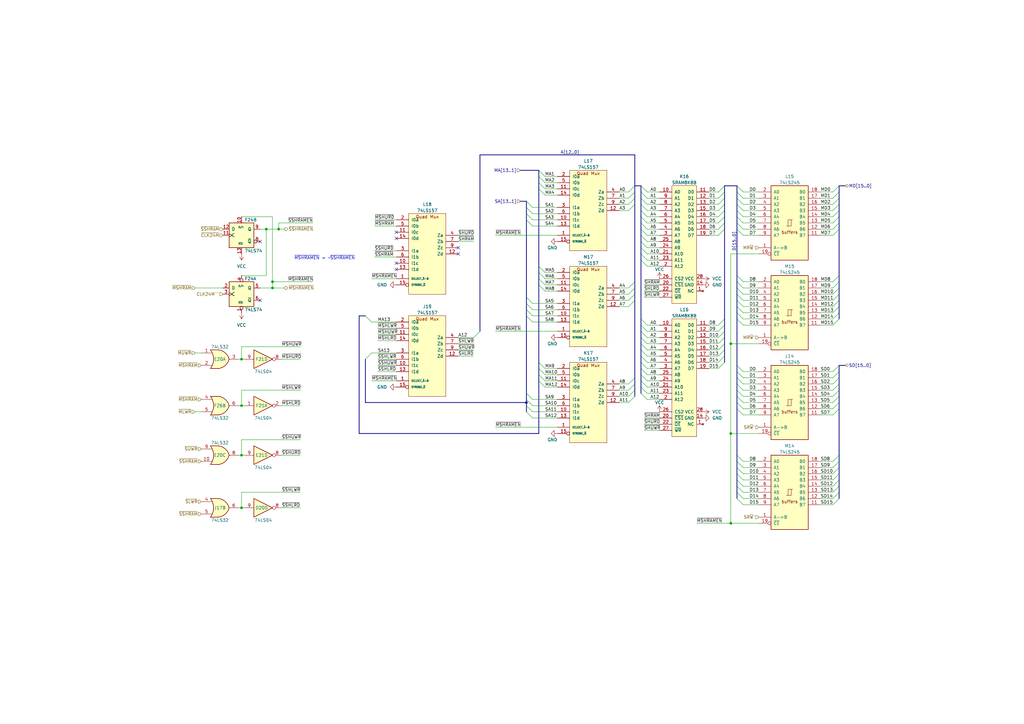
<source format=kicad_sch>
(kicad_sch (version 20230121) (generator eeschema)
  (paper "A3")
  (title_block (title "Gradius 3") (date "2024-04-11") (company "Konami GX945") (comment 1 "Ulf Skutnabba, twitter: @skutis77"))
  (junction (at 99.06 186.69))
  (junction (at 114.3 93.98))
  (junction (at 111.76 115.57))
  (junction (at 299.72 214.63))
  (junction (at 99.06 166.37))
  (junction (at 99.06 208.28))
  (junction (at 299.72 140.97))
  (junction (at 299.72 177.8))
  (junction (at 215.9 165.1))
  (junction (at 111.76 118.11))
  (junction (at 99.06 147.32))
  (junction (at 109.22 93.98))
  (no_connect (at 106.68 123.19))
  (no_connect (at 162.56 97.79))
  (no_connect (at 106.68 99.06))
  (no_connect (at 187.96 101.6))
  (no_connect (at 162.56 107.95))
  (no_connect (at 162.56 110.49))
  (no_connect (at 162.56 95.25))
  (no_connect (at 187.96 104.14))
  (bus_entry (at 294.64 81.28) (size 2.54 -2.54))
  (bus_entry (at 257.81 162.56) (size 2.54 -2.54))
  (bus_entry (at 215.9 90.17) (size 2.54 2.54))
  (bus_entry (at 262.89 133.35) (size 2.54 2.54))
  (bus_entry (at 302.26 115.57) (size 2.54 2.54))
  (bus_entry (at 257.81 78.74) (size 2.54 -2.54))
  (bus_entry (at 220.98 77.47) (size 2.54 2.54))
  (bus_entry (at 220.98 156.21) (size 2.54 2.54))
  (bus_entry (at 302.26 91.44) (size 2.54 2.54))
  (bus_entry (at 302.26 167.64) (size 2.54 2.54))
  (bus_entry (at 341.63 130.81) (size 2.54 -2.54))
  (bus_entry (at 257.81 165.1) (size 2.54 -2.54))
  (bus_entry (at 294.64 96.52) (size 2.54 -2.54))
  (bus_entry (at 262.89 106.68) (size 2.54 2.54))
  (bus_entry (at 341.63 207.01) (size 2.54 -2.54))
  (bus_entry (at 302.26 162.56) (size 2.54 2.54))
  (bus_entry (at 215.9 161.29) (size 2.54 2.54))
  (bus_entry (at 341.63 160.02) (size 2.54 -2.54))
  (bus_entry (at 302.26 152.4) (size 2.54 2.54))
  (bus_entry (at 302.26 199.39) (size 2.54 2.54))
  (bus_entry (at 262.89 96.52) (size 2.54 2.54))
  (bus_entry (at 149.86 147.32) (size 2.54 -2.54))
  (bus_entry (at 220.98 69.85) (size 2.54 2.54))
  (bus_entry (at 215.9 124.46) (size 2.54 2.54))
  (bus_entry (at 302.26 157.48) (size 2.54 2.54))
  (bus_entry (at 215.9 166.37) (size 2.54 2.54))
  (bus_entry (at 302.26 149.86) (size 2.54 2.54))
  (bus_entry (at 294.64 138.43) (size 2.54 -2.54))
  (bus_entry (at 341.63 93.98) (size 2.54 -2.54))
  (bus_entry (at 302.26 81.28) (size 2.54 2.54))
  (bus_entry (at 294.64 88.9) (size 2.54 -2.54))
  (bus_entry (at 262.89 153.67) (size 2.54 2.54))
  (bus_entry (at 215.9 127) (size 2.54 2.54))
  (bus_entry (at 262.89 140.97) (size 2.54 2.54))
  (bus_entry (at 262.89 104.14) (size 2.54 2.54))
  (bus_entry (at 262.89 146.05) (size 2.54 2.54))
  (bus_entry (at 302.26 88.9) (size 2.54 2.54))
  (bus_entry (at 262.89 83.82) (size 2.54 2.54))
  (bus_entry (at 257.81 125.73) (size 2.54 -2.54))
  (bus_entry (at 341.63 123.19) (size 2.54 -2.54))
  (bus_entry (at 262.89 93.98) (size 2.54 2.54))
  (bus_entry (at 302.26 83.82) (size 2.54 2.54))
  (bus_entry (at 294.64 91.44) (size 2.54 -2.54))
  (bus_entry (at 302.26 128.27) (size 2.54 2.54))
  (bus_entry (at 294.64 93.98) (size 2.54 -2.54))
  (bus_entry (at 302.26 191.77) (size 2.54 2.54))
  (bus_entry (at 257.81 157.48) (size 2.54 -2.54))
  (bus_entry (at 262.89 101.6) (size 2.54 2.54))
  (bus_entry (at 302.26 93.98) (size 2.54 2.54))
  (bus_entry (at 341.63 170.18) (size 2.54 -2.54))
  (bus_entry (at 262.89 76.2) (size 2.54 2.54))
  (bus_entry (at 302.26 165.1) (size 2.54 2.54))
  (bus_entry (at 341.63 128.27) (size 2.54 -2.54))
  (bus_entry (at 215.9 121.92) (size 2.54 2.54))
  (bus_entry (at 302.26 154.94) (size 2.54 2.54))
  (bus_entry (at 341.63 157.48) (size 2.54 -2.54))
  (bus_entry (at 341.63 78.74) (size 2.54 -2.54))
  (bus_entry (at 341.63 204.47) (size 2.54 -2.54))
  (bus_entry (at 341.63 118.11) (size 2.54 -2.54))
  (bus_entry (at 262.89 88.9) (size 2.54 2.54))
  (bus_entry (at 341.63 120.65) (size 2.54 -2.54))
  (bus_entry (at 302.26 189.23) (size 2.54 2.54))
  (bus_entry (at 220.98 116.84) (size 2.54 2.54))
  (bus_entry (at 341.63 196.85) (size 2.54 -2.54))
  (bus_entry (at 220.98 74.93) (size 2.54 2.54))
  (bus_entry (at 341.63 115.57) (size 2.54 -2.54))
  (bus_entry (at 302.26 76.2) (size 2.54 2.54))
  (bus_entry (at 294.64 86.36) (size 2.54 -2.54))
  (bus_entry (at 257.81 123.19) (size 2.54 -2.54))
  (bus_entry (at 257.81 83.82) (size 2.54 -2.54))
  (bus_entry (at 262.89 156.21) (size 2.54 2.54))
  (bus_entry (at 294.64 133.35) (size 2.54 -2.54))
  (bus_entry (at 302.26 160.02) (size 2.54 2.54))
  (bus_entry (at 257.81 118.11) (size 2.54 -2.54))
  (bus_entry (at 194.31 138.43) (size 2.54 -2.54))
  (bus_entry (at 294.64 78.74) (size 2.54 -2.54))
  (bus_entry (at 262.89 138.43) (size 2.54 2.54))
  (bus_entry (at 302.26 123.19) (size 2.54 2.54))
  (bus_entry (at 341.63 125.73) (size 2.54 -2.54))
  (bus_entry (at 302.26 130.81) (size 2.54 2.54))
  (bus_entry (at 220.98 114.3) (size 2.54 2.54))
  (bus_entry (at 215.9 129.54) (size 2.54 2.54))
  (bus_entry (at 341.63 162.56) (size 2.54 -2.54))
  (bus_entry (at 302.26 86.36) (size 2.54 2.54))
  (bus_entry (at 149.86 129.54) (size 2.54 2.54))
  (bus_entry (at 341.63 199.39) (size 2.54 -2.54))
  (bus_entry (at 220.98 151.13) (size 2.54 2.54))
  (bus_entry (at 302.26 186.69) (size 2.54 2.54))
  (bus_entry (at 215.9 168.91) (size 2.54 2.54))
  (bus_entry (at 215.9 87.63) (size 2.54 2.54))
  (bus_entry (at 294.64 140.97) (size 2.54 -2.54))
  (bus_entry (at 262.89 99.06) (size 2.54 2.54))
  (bus_entry (at 215.9 163.83) (size 2.54 2.54))
  (bus_entry (at 257.81 160.02) (size 2.54 -2.54))
  (bus_entry (at 302.26 120.65) (size 2.54 2.54))
  (bus_entry (at 262.89 86.36) (size 2.54 2.54))
  (bus_entry (at 262.89 161.29) (size 2.54 2.54))
  (bus_entry (at 215.9 85.09) (size 2.54 2.54))
  (bus_entry (at 302.26 204.47) (size 2.54 2.54))
  (bus_entry (at 262.89 78.74) (size 2.54 2.54))
  (bus_entry (at 302.26 125.73) (size 2.54 2.54))
  (bus_entry (at 294.64 146.05) (size 2.54 -2.54))
  (bus_entry (at 341.63 154.94) (size 2.54 -2.54))
  (bus_entry (at 262.89 81.28) (size 2.54 2.54))
  (bus_entry (at 341.63 83.82) (size 2.54 -2.54))
  (bus_entry (at 341.63 165.1) (size 2.54 -2.54))
  (bus_entry (at 341.63 194.31) (size 2.54 -2.54))
  (bus_entry (at 220.98 153.67) (size 2.54 2.54))
  (bus_entry (at 220.98 148.59) (size 2.54 2.54))
  (bus_entry (at 341.63 167.64) (size 2.54 -2.54))
  (bus_entry (at 341.63 88.9) (size 2.54 -2.54))
  (bus_entry (at 294.64 151.13) (size 2.54 -2.54))
  (bus_entry (at 341.63 133.35) (size 2.54 -2.54))
  (bus_entry (at 262.89 151.13) (size 2.54 2.54))
  (bus_entry (at 294.64 143.51) (size 2.54 -2.54))
  (bus_entry (at 294.64 135.89) (size 2.54 -2.54))
  (bus_entry (at 341.63 152.4) (size 2.54 -2.54))
  (bus_entry (at 341.63 91.44) (size 2.54 -2.54))
  (bus_entry (at 341.63 96.52) (size 2.54 -2.54))
  (bus_entry (at 262.89 135.89) (size 2.54 2.54))
  (bus_entry (at 257.81 86.36) (size 2.54 -2.54))
  (bus_entry (at 257.81 81.28) (size 2.54 -2.54))
  (bus_entry (at 302.26 196.85) (size 2.54 2.54))
  (bus_entry (at 302.26 113.03) (size 2.54 2.54))
  (bus_entry (at 220.98 111.76) (size 2.54 2.54))
  (bus_entry (at 215.9 82.55) (size 2.54 2.54))
  (bus_entry (at 341.63 201.93) (size 2.54 -2.54))
  (bus_entry (at 262.89 130.81) (size 2.54 2.54))
  (bus_entry (at 341.63 86.36) (size 2.54 -2.54))
  (bus_entry (at 341.63 81.28) (size 2.54 -2.54))
  (bus_entry (at 262.89 143.51) (size 2.54 2.54))
  (bus_entry (at 257.81 120.65) (size 2.54 -2.54))
  (bus_entry (at 302.26 194.31) (size 2.54 2.54))
  (bus_entry (at 302.26 118.11) (size 2.54 2.54))
  (bus_entry (at 262.89 158.75) (size 2.54 2.54))
  (bus_entry (at 341.63 191.77) (size 2.54 -2.54))
  (bus_entry (at 302.26 78.74) (size 2.54 2.54))
  (bus_entry (at 220.98 72.39) (size 2.54 2.54))
  (bus_entry (at 262.89 148.59) (size 2.54 2.54))
  (bus_entry (at 341.63 189.23) (size 2.54 -2.54))
  (bus_entry (at 262.89 91.44) (size 2.54 2.54))
  (bus_entry (at 294.64 148.59) (size 2.54 -2.54))
  (bus_entry (at 220.98 109.22) (size 2.54 2.54))
  (bus_entry (at 294.64 83.82) (size 2.54 -2.54))
  (bus_entry (at 302.26 201.93) (size 2.54 2.54))
  (wire (pts (xy 265.43 143.51) (xy 270.51 143.51)))
  (wire (pts (xy 336.55 160.02) (xy 341.63 160.02)))
  (bus (pts (xy 260.35 123.19) (xy 260.35 154.94)))
  (wire (pts (xy 304.8 201.93) (xy 311.15 201.93)))
  (wire (pts (xy 99.06 208.28) (xy 99.06 201.93)))
  (wire (pts (xy 154.94 149.86) (xy 162.56 149.86)))
  (wire (pts (xy 223.52 80.01) (xy 228.6 80.01)))
  (bus (pts (xy 220.98 69.85) (xy 220.98 72.39)))
  (wire (pts (xy 299.72 104.14) (xy 299.72 140.97)))
  (bus (pts (xy 302.26 149.86) (xy 302.26 152.4)))
  (bus (pts (xy 262.89 78.74) (xy 262.89 81.28)))
  (wire (pts (xy 290.83 86.36) (xy 294.64 86.36)))
  (bus (pts (xy 302.26 130.81) (xy 302.26 149.86)))
  (bus (pts (xy 302.26 125.73) (xy 302.26 128.27)))
  (bus (pts (xy 344.17 199.39) (xy 344.17 196.85)))
  (wire (pts (xy 299.72 177.8) (xy 299.72 214.63)))
  (bus (pts (xy 262.89 135.89) (xy 262.89 138.43)))
  (wire (pts (xy 290.83 96.52) (xy 294.64 96.52)))
  (wire (pts (xy 336.55 81.28) (xy 341.63 81.28)))
  (wire (pts (xy 106.68 118.11) (xy 111.76 118.11)))
  (wire (pts (xy 336.55 123.19) (xy 341.63 123.19)))
  (bus (pts (xy 262.89 88.9) (xy 262.89 91.44)))
  (wire (pts (xy 265.43 104.14) (xy 270.51 104.14)))
  (wire (pts (xy 304.8 170.18) (xy 311.15 170.18)))
  (wire (pts (xy 304.8 78.74) (xy 311.15 78.74)))
  (bus (pts (xy 262.89 99.06) (xy 262.89 101.6)))
  (bus (pts (xy 196.85 63.5) (xy 260.35 63.5)))
  (bus (pts (xy 262.89 106.68) (xy 262.89 130.81)))
  (wire (pts (xy 336.55 204.47) (xy 341.63 204.47)))
  (wire (pts (xy 97.79 208.28) (xy 99.06 208.28)))
  (bus (pts (xy 220.98 148.59) (xy 220.98 151.13)))
  (bus (pts (xy 149.86 165.1) (xy 215.9 165.1)))
  (bus (pts (xy 302.26 88.9) (xy 302.26 91.44)))
  (wire (pts (xy 336.55 88.9) (xy 341.63 88.9)))
  (wire (pts (xy 290.83 133.35) (xy 294.64 133.35)))
  (wire (pts (xy 304.8 93.98) (xy 311.15 93.98)))
  (bus (pts (xy 297.18 148.59) (xy 297.18 146.05)))
  (bus (pts (xy 344.17 86.36) (xy 344.17 83.82)))
  (wire (pts (xy 265.43 148.59) (xy 270.51 148.59)))
  (bus (pts (xy 262.89 140.97) (xy 262.89 143.51)))
  (bus (pts (xy 260.35 118.11) (xy 260.35 120.65)))
  (wire (pts (xy 304.8 160.02) (xy 311.15 160.02)))
  (bus (pts (xy 344.17 162.56) (xy 344.17 160.02)))
  (bus (pts (xy 215.9 87.63) (xy 215.9 90.17)))
  (bus (pts (xy 297.18 93.98) (xy 297.18 91.44)))
  (bus (pts (xy 344.17 152.4) (xy 344.17 149.86)))
  (wire (pts (xy 254 160.02) (xy 257.81 160.02)))
  (wire (pts (xy 80.01 168.91) (xy 82.55 168.91)))
  (bus (pts (xy 344.17 130.81) (xy 344.17 128.27)))
  (wire (pts (xy 99.06 166.37) (xy 99.06 160.02)))
  (wire (pts (xy 336.55 120.65) (xy 341.63 120.65)))
  (wire (pts (xy 223.52 111.76) (xy 228.6 111.76)))
  (wire (pts (xy 304.8 133.35) (xy 311.15 133.35)))
  (bus (pts (xy 297.18 86.36) (xy 297.18 83.82)))
  (wire (pts (xy 290.83 81.28) (xy 294.64 81.28)))
  (wire (pts (xy 254 162.56) (xy 257.81 162.56)))
  (wire (pts (xy 304.8 81.28) (xy 311.15 81.28)))
  (wire (pts (xy 203.2 135.89) (xy 228.6 135.89)))
  (wire (pts (xy 304.8 96.52) (xy 311.15 96.52)))
  (wire (pts (xy 254 125.73) (xy 257.81 125.73)))
  (bus (pts (xy 220.98 72.39) (xy 220.98 74.93)))
  (wire (pts (xy 304.8 199.39) (xy 311.15 199.39)))
  (bus (pts (xy 260.35 63.5) (xy 260.35 76.2)))
  (wire (pts (xy 218.44 85.09) (xy 228.6 85.09)))
  (bus (pts (xy 344.17 125.73) (xy 344.17 123.19)))
  (wire (pts (xy 290.83 143.51) (xy 294.64 143.51)))
  (bus (pts (xy 220.98 116.84) (xy 220.98 148.59)))
  (wire (pts (xy 97.79 166.37) (xy 99.06 166.37)))
  (bus (pts (xy 260.35 160.02) (xy 260.35 162.56)))
  (wire (pts (xy 218.44 127) (xy 228.6 127)))
  (bus (pts (xy 262.89 101.6) (xy 262.89 104.14)))
  (wire (pts (xy 99.06 166.37) (xy 100.33 166.37)))
  (bus (pts (xy 262.89 158.75) (xy 262.89 161.29)))
  (bus (pts (xy 302.26 120.65) (xy 302.26 123.19)))
  (wire (pts (xy 265.43 81.28) (xy 270.51 81.28)))
  (wire (pts (xy 115.57 186.69) (xy 123.19 186.69)))
  (bus (pts (xy 344.17 88.9) (xy 344.17 86.36)))
  (bus (pts (xy 302.26 191.77) (xy 302.26 194.31)))
  (bus (pts (xy 344.17 165.1) (xy 344.17 162.56)))
  (wire (pts (xy 187.96 96.52) (xy 194.31 96.52)))
  (wire (pts (xy 265.43 156.21) (xy 270.51 156.21)))
  (bus (pts (xy 297.18 88.9) (xy 297.18 86.36)))
  (wire (pts (xy 304.8 86.36) (xy 311.15 86.36)))
  (bus (pts (xy 215.9 127) (xy 215.9 129.54)))
  (bus (pts (xy 260.35 81.28) (xy 260.35 83.82)))
  (wire (pts (xy 265.43 93.98) (xy 270.51 93.98)))
  (wire (pts (xy 115.57 147.32) (xy 123.19 147.32)))
  (wire (pts (xy 265.43 146.05) (xy 270.51 146.05)))
  (bus (pts (xy 220.98 156.21) (xy 220.98 177.8)))
  (bus (pts (xy 344.17 201.93) (xy 344.17 199.39)))
  (bus (pts (xy 344.17 128.27) (xy 344.17 125.73)))
  (wire (pts (xy 187.96 143.51) (xy 194.31 143.51)))
  (bus (pts (xy 297.18 91.44) (xy 297.18 88.9)))
  (wire (pts (xy 336.55 78.74) (xy 341.63 78.74)))
  (wire (pts (xy 99.06 186.69) (xy 99.06 180.34)))
  (bus (pts (xy 213.36 82.55) (xy 215.9 82.55)))
  (bus (pts (xy 297.18 133.35) (xy 297.18 130.81)))
  (bus (pts (xy 344.17 118.11) (xy 344.17 115.57)))
  (wire (pts (xy 223.52 153.67) (xy 228.6 153.67)))
  (wire (pts (xy 265.43 101.6) (xy 270.51 101.6)))
  (wire (pts (xy 304.8 207.01) (xy 311.15 207.01)))
  (wire (pts (xy 304.8 152.4) (xy 311.15 152.4)))
  (wire (pts (xy 111.76 88.9) (xy 99.06 88.9)))
  (wire (pts (xy 264.16 173.99) (xy 270.51 173.99)))
  (wire (pts (xy 290.83 78.74) (xy 294.64 78.74)))
  (wire (pts (xy 99.06 186.69) (xy 100.33 186.69)))
  (wire (pts (xy 299.72 140.97) (xy 311.15 140.97)))
  (bus (pts (xy 302.26 189.23) (xy 302.26 191.77)))
  (wire (pts (xy 336.55 207.01) (xy 341.63 207.01)))
  (bus (pts (xy 302.26 154.94) (xy 302.26 157.48)))
  (bus (pts (xy 302.26 160.02) (xy 302.26 162.56)))
  (wire (pts (xy 336.55 167.64) (xy 341.63 167.64)))
  (bus (pts (xy 147.32 129.54) (xy 149.86 129.54)))
  (wire (pts (xy 285.75 214.63) (xy 299.72 214.63)))
  (bus (pts (xy 302.26 118.11) (xy 302.26 120.65)))
  (wire (pts (xy 304.8 120.65) (xy 311.15 120.65)))
  (bus (pts (xy 220.98 77.47) (xy 220.98 109.22)))
  (bus (pts (xy 297.18 140.97) (xy 297.18 138.43)))
  (bus (pts (xy 260.35 120.65) (xy 260.35 123.19)))
  (wire (pts (xy 114.3 93.98) (xy 114.3 91.44)))
  (wire (pts (xy 336.55 196.85) (xy 341.63 196.85)))
  (bus (pts (xy 297.18 83.82) (xy 297.18 81.28)))
  (wire (pts (xy 223.52 116.84) (xy 228.6 116.84)))
  (wire (pts (xy 152.4 144.78) (xy 162.56 144.78)))
  (bus (pts (xy 344.17 76.2) (xy 346.71 76.2)))
  (bus (pts (xy 302.26 93.98) (xy 302.26 113.03)))
  (wire (pts (xy 218.44 92.71) (xy 228.6 92.71)))
  (bus (pts (xy 213.36 69.85) (xy 220.98 69.85)))
  (bus (pts (xy 344.17 196.85) (xy 344.17 194.31)))
  (wire (pts (xy 290.83 146.05) (xy 294.64 146.05)))
  (bus (pts (xy 297.18 143.51) (xy 297.18 140.97)))
  (wire (pts (xy 265.43 86.36) (xy 270.51 86.36)))
  (wire (pts (xy 304.8 125.73) (xy 311.15 125.73)))
  (wire (pts (xy 100.33 147.32) (xy 99.06 147.32)))
  (bus (pts (xy 344.17 204.47) (xy 344.17 201.93)))
  (wire (pts (xy 290.83 151.13) (xy 294.64 151.13)))
  (wire (pts (xy 153.67 102.87) (xy 162.56 102.87)))
  (bus (pts (xy 215.9 85.09) (xy 215.9 87.63)))
  (wire (pts (xy 304.8 123.19) (xy 311.15 123.19)))
  (bus (pts (xy 260.35 157.48) (xy 260.35 160.02)))
  (wire (pts (xy 218.44 166.37) (xy 228.6 166.37)))
  (wire (pts (xy 336.55 170.18) (xy 341.63 170.18)))
  (bus (pts (xy 297.18 130.81) (xy 297.18 93.98)))
  (bus (pts (xy 302.26 199.39) (xy 302.26 201.93)))
  (wire (pts (xy 111.76 115.57) (xy 111.76 88.9)))
  (wire (pts (xy 99.06 160.02) (xy 123.19 160.02)))
  (wire (pts (xy 97.79 186.69) (xy 99.06 186.69)))
  (bus (pts (xy 147.32 177.8) (xy 147.32 129.54)))
  (wire (pts (xy 187.96 99.06) (xy 194.31 99.06)))
  (wire (pts (xy 265.43 153.67) (xy 270.51 153.67)))
  (wire (pts (xy 304.8 157.48) (xy 311.15 157.48)))
  (wire (pts (xy 203.2 96.52) (xy 228.6 96.52)))
  (bus (pts (xy 302.26 186.69) (xy 302.26 189.23)))
  (wire (pts (xy 336.55 199.39) (xy 341.63 199.39)))
  (wire (pts (xy 304.8 118.11) (xy 311.15 118.11)))
  (wire (pts (xy 218.44 168.91) (xy 228.6 168.91)))
  (bus (pts (xy 262.89 143.51) (xy 262.89 146.05)))
  (bus (pts (xy 260.35 76.2) (xy 260.35 78.74)))
  (bus (pts (xy 220.98 153.67) (xy 220.98 156.21)))
  (wire (pts (xy 264.16 116.84) (xy 270.51 116.84)))
  (wire (pts (xy 336.55 93.98) (xy 341.63 93.98)))
  (wire (pts (xy 265.43 78.74) (xy 270.51 78.74)))
  (wire (pts (xy 99.06 142.24) (xy 123.19 142.24)))
  (wire (pts (xy 304.8 189.23) (xy 311.15 189.23)))
  (bus (pts (xy 215.9 90.17) (xy 215.9 121.92)))
  (bus (pts (xy 302.26 196.85) (xy 302.26 199.39)))
  (wire (pts (xy 336.55 201.93) (xy 341.63 201.93)))
  (wire (pts (xy 336.55 86.36) (xy 341.63 86.36)))
  (bus (pts (xy 302.26 78.74) (xy 302.26 81.28)))
  (wire (pts (xy 111.76 118.11) (xy 111.76 115.57)))
  (wire (pts (xy 254 120.65) (xy 257.81 120.65)))
  (bus (pts (xy 344.17 81.28) (xy 344.17 78.74)))
  (wire (pts (xy 336.55 152.4) (xy 341.63 152.4)))
  (wire (pts (xy 336.55 154.94) (xy 341.63 154.94)))
  (wire (pts (xy 203.2 175.26) (xy 228.6 175.26)))
  (wire (pts (xy 304.8 88.9) (xy 311.15 88.9)))
  (wire (pts (xy 290.83 88.9) (xy 294.64 88.9)))
  (wire (pts (xy 336.55 162.56) (xy 341.63 162.56)))
  (bus (pts (xy 302.26 113.03) (xy 302.26 115.57)))
  (bus (pts (xy 344.17 78.74) (xy 344.17 76.2)))
  (wire (pts (xy 304.8 83.82) (xy 311.15 83.82)))
  (bus (pts (xy 302.26 83.82) (xy 302.26 86.36)))
  (wire (pts (xy 299.72 104.14) (xy 311.15 104.14)))
  (bus (pts (xy 302.26 152.4) (xy 302.26 154.94)))
  (wire (pts (xy 304.8 191.77) (xy 311.15 191.77)))
  (bus (pts (xy 215.9 82.55) (xy 215.9 85.09)))
  (wire (pts (xy 223.52 156.21) (xy 228.6 156.21)))
  (bus (pts (xy 302.26 128.27) (xy 302.26 130.81)))
  (wire (pts (xy 223.52 72.39) (xy 228.6 72.39)))
  (wire (pts (xy 290.83 140.97) (xy 294.64 140.97)))
  (wire (pts (xy 154.94 147.32) (xy 162.56 147.32)))
  (bus (pts (xy 262.89 91.44) (xy 262.89 93.98)))
  (wire (pts (xy 99.06 147.32) (xy 99.06 142.24)))
  (bus (pts (xy 262.89 130.81) (xy 262.89 133.35)))
  (wire (pts (xy 218.44 87.63) (xy 228.6 87.63)))
  (bus (pts (xy 220.98 109.22) (xy 220.98 111.76)))
  (wire (pts (xy 265.43 140.97) (xy 270.51 140.97)))
  (wire (pts (xy 223.52 77.47) (xy 228.6 77.47)))
  (wire (pts (xy 115.57 208.28) (xy 123.19 208.28)))
  (bus (pts (xy 344.17 83.82) (xy 344.17 81.28)))
  (bus (pts (xy 262.89 138.43) (xy 262.89 140.97)))
  (wire (pts (xy 152.4 156.21) (xy 162.56 156.21)))
  (wire (pts (xy 265.43 158.75) (xy 270.51 158.75)))
  (bus (pts (xy 215.9 163.83) (xy 215.9 165.1)))
  (wire (pts (xy 304.8 165.1) (xy 311.15 165.1)))
  (wire (pts (xy 336.55 191.77) (xy 341.63 191.77)))
  (bus (pts (xy 302.26 86.36) (xy 302.26 88.9)))
  (bus (pts (xy 297.18 76.2) (xy 302.26 76.2)))
  (bus (pts (xy 297.18 78.74) (xy 297.18 76.2)))
  (wire (pts (xy 264.16 121.92) (xy 270.51 121.92)))
  (bus (pts (xy 260.35 83.82) (xy 260.35 115.57)))
  (bus (pts (xy 302.26 201.93) (xy 302.26 204.47)))
  (bus (pts (xy 215.9 121.92) (xy 215.9 124.46)))
  (wire (pts (xy 290.83 138.43) (xy 294.64 138.43)))
  (bus (pts (xy 149.86 147.32) (xy 149.86 165.1)))
  (wire (pts (xy 265.43 161.29) (xy 270.51 161.29)))
  (wire (pts (xy 80.01 144.78) (xy 82.55 144.78)))
  (bus (pts (xy 302.26 194.31) (xy 302.26 196.85)))
  (bus (pts (xy 260.35 78.74) (xy 260.35 81.28)))
  (bus (pts (xy 260.35 115.57) (xy 260.35 118.11)))
  (wire (pts (xy 265.43 83.82) (xy 270.51 83.82)))
  (wire (pts (xy 265.43 133.35) (xy 270.51 133.35)))
  (bus (pts (xy 344.17 149.86) (xy 346.71 149.86)))
  (wire (pts (xy 80.01 118.11) (xy 91.44 118.11)))
  (wire (pts (xy 304.8 128.27) (xy 311.15 128.27)))
  (wire (pts (xy 218.44 171.45) (xy 228.6 171.45)))
  (wire (pts (xy 154.94 137.16) (xy 162.56 137.16)))
  (bus (pts (xy 344.17 189.23) (xy 344.17 186.69)))
  (bus (pts (xy 344.17 115.57) (xy 344.17 113.03)))
  (bus (pts (xy 220.98 177.8) (xy 147.32 177.8)))
  (bus (pts (xy 302.26 157.48) (xy 302.26 160.02)))
  (bus (pts (xy 262.89 148.59) (xy 262.89 151.13)))
  (wire (pts (xy 336.55 118.11) (xy 341.63 118.11)))
  (wire (pts (xy 265.43 135.89) (xy 270.51 135.89)))
  (wire (pts (xy 152.4 114.3) (xy 162.56 114.3)))
  (bus (pts (xy 344.17 154.94) (xy 344.17 152.4)))
  (wire (pts (xy 254 81.28) (xy 257.81 81.28)))
  (wire (pts (xy 99.06 113.03) (xy 109.22 113.03)))
  (wire (pts (xy 265.43 109.22) (xy 270.51 109.22)))
  (bus (pts (xy 262.89 76.2) (xy 262.89 78.74)))
  (bus (pts (xy 215.9 124.46) (xy 215.9 127)))
  (wire (pts (xy 254 78.74) (xy 257.81 78.74)))
  (wire (pts (xy 115.57 166.37) (xy 123.19 166.37)))
  (bus (pts (xy 262.89 153.67) (xy 262.89 156.21)))
  (bus (pts (xy 302.26 91.44) (xy 302.26 93.98)))
  (bus (pts (xy 344.17 160.02) (xy 344.17 157.48)))
  (bus (pts (xy 344.17 93.98) (xy 344.17 91.44)))
  (wire (pts (xy 304.8 196.85) (xy 311.15 196.85)))
  (wire (pts (xy 153.67 105.41) (xy 162.56 105.41)))
  (wire (pts (xy 153.67 90.17) (xy 162.56 90.17)))
  (bus (pts (xy 262.89 81.28) (xy 262.89 83.82)))
  (wire (pts (xy 223.52 158.75) (xy 228.6 158.75)))
  (wire (pts (xy 336.55 96.52) (xy 341.63 96.52)))
  (wire (pts (xy 223.52 74.93) (xy 228.6 74.93)))
  (wire (pts (xy 265.43 163.83) (xy 270.51 163.83)))
  (bus (pts (xy 220.98 74.93) (xy 220.98 77.47)))
  (wire (pts (xy 254 157.48) (xy 257.81 157.48)))
  (wire (pts (xy 304.8 154.94) (xy 311.15 154.94)))
  (wire (pts (xy 299.72 177.8) (xy 311.15 177.8)))
  (wire (pts (xy 223.52 151.13) (xy 228.6 151.13)))
  (wire (pts (xy 254 165.1) (xy 257.81 165.1)))
  (wire (pts (xy 336.55 157.48) (xy 341.63 157.48)))
  (wire (pts (xy 304.8 162.56) (xy 311.15 162.56)))
  (wire (pts (xy 299.72 140.97) (xy 299.72 177.8)))
  (bus (pts (xy 262.89 86.36) (xy 262.89 88.9)))
  (wire (pts (xy 187.96 146.05) (xy 194.31 146.05)))
  (bus (pts (xy 344.17 167.64) (xy 344.17 165.1)))
  (bus (pts (xy 297.18 138.43) (xy 297.18 135.89)))
  (wire (pts (xy 304.8 115.57) (xy 311.15 115.57)))
  (wire (pts (xy 254 86.36) (xy 257.81 86.36)))
  (wire (pts (xy 218.44 163.83) (xy 228.6 163.83)))
  (bus (pts (xy 196.85 135.89) (xy 196.85 63.5)))
  (wire (pts (xy 254 118.11) (xy 257.81 118.11)))
  (bus (pts (xy 215.9 166.37) (xy 215.9 168.91)))
  (wire (pts (xy 265.43 106.68) (xy 270.51 106.68)))
  (wire (pts (xy 265.43 91.44) (xy 270.51 91.44)))
  (bus (pts (xy 344.17 191.77) (xy 344.17 189.23)))
  (bus (pts (xy 344.17 91.44) (xy 344.17 88.9)))
  (wire (pts (xy 290.83 91.44) (xy 294.64 91.44)))
  (wire (pts (xy 154.94 134.62) (xy 162.56 134.62)))
  (wire (pts (xy 311.15 214.63) (xy 299.72 214.63)))
  (wire (pts (xy 109.22 93.98) (xy 114.3 93.98)))
  (wire (pts (xy 265.43 96.52) (xy 270.51 96.52)))
  (bus (pts (xy 344.17 113.03) (xy 344.17 93.98)))
  (bus (pts (xy 297.18 146.05) (xy 297.18 143.51)))
  (wire (pts (xy 290.83 148.59) (xy 294.64 148.59)))
  (wire (pts (xy 152.4 132.08) (xy 162.56 132.08)))
  (bus (pts (xy 262.89 156.21) (xy 262.89 158.75)))
  (bus (pts (xy 344.17 194.31) (xy 344.17 191.77)))
  (wire (pts (xy 336.55 189.23) (xy 341.63 189.23)))
  (wire (pts (xy 336.55 128.27) (xy 341.63 128.27)))
  (bus (pts (xy 297.18 135.89) (xy 297.18 133.35)))
  (bus (pts (xy 262.89 104.14) (xy 262.89 106.68)))
  (wire (pts (xy 304.8 167.64) (xy 311.15 167.64)))
  (bus (pts (xy 220.98 151.13) (xy 220.98 153.67)))
  (bus (pts (xy 262.89 146.05) (xy 262.89 148.59)))
  (bus (pts (xy 302.26 165.1) (xy 302.26 167.64)))
  (wire (pts (xy 187.96 140.97) (xy 194.31 140.97)))
  (bus (pts (xy 302.26 162.56) (xy 302.26 165.1)))
  (wire (pts (xy 111.76 118.11) (xy 116.84 118.11)))
  (wire (pts (xy 290.83 93.98) (xy 294.64 93.98)))
  (wire (pts (xy 290.83 83.82) (xy 294.64 83.82)))
  (wire (pts (xy 154.94 152.4) (xy 162.56 152.4)))
  (wire (pts (xy 265.43 151.13) (xy 270.51 151.13)))
  (wire (pts (xy 99.06 201.93) (xy 123.19 201.93)))
  (wire (pts (xy 99.06 208.28) (xy 100.33 208.28)))
  (bus (pts (xy 215.9 165.1) (xy 215.9 166.37)))
  (bus (pts (xy 220.98 114.3) (xy 220.98 116.84)))
  (wire (pts (xy 290.83 135.89) (xy 294.64 135.89)))
  (wire (pts (xy 265.43 138.43) (xy 270.51 138.43)))
  (bus (pts (xy 302.26 76.2) (xy 302.26 78.74)))
  (wire (pts (xy 111.76 115.57) (xy 128.27 115.57)))
  (wire (pts (xy 264.16 171.45) (xy 270.51 171.45)))
  (bus (pts (xy 220.98 111.76) (xy 220.98 114.3)))
  (wire (pts (xy 99.06 147.32) (xy 97.79 147.32)))
  (bus (pts (xy 344.17 186.69) (xy 344.17 167.64)))
  (wire (pts (xy 336.55 130.81) (xy 341.63 130.81)))
  (wire (pts (xy 114.3 93.98) (xy 116.84 93.98)))
  (wire (pts (xy 223.52 119.38) (xy 228.6 119.38)))
  (bus (pts (xy 302.26 81.28) (xy 302.26 83.82)))
  (bus (pts (xy 262.89 96.52) (xy 262.89 99.06)))
  (wire (pts (xy 264.16 176.53) (xy 270.51 176.53)))
  (bus (pts (xy 302.26 123.19) (xy 302.26 125.73)))
  (bus (pts (xy 262.89 151.13) (xy 262.89 153.67)))
  (bus (pts (xy 262.89 83.82) (xy 262.89 86.36)))
  (bus (pts (xy 215.9 129.54) (xy 215.9 161.29)))
  (wire (pts (xy 254 83.82) (xy 257.81 83.82)))
  (wire (pts (xy 109.22 113.03) (xy 109.22 93.98)))
  (wire (pts (xy 218.44 124.46) (xy 228.6 124.46)))
  (bus (pts (xy 260.35 76.2) (xy 262.89 76.2)))
  (wire (pts (xy 109.22 93.98) (xy 106.68 93.98)))
  (wire (pts (xy 304.8 91.44) (xy 311.15 91.44)))
  (wire (pts (xy 336.55 194.31) (xy 341.63 194.31)))
  (bus (pts (xy 344.17 123.19) (xy 344.17 120.65)))
  (wire (pts (xy 304.8 194.31) (xy 311.15 194.31)))
  (bus (pts (xy 262.89 133.35) (xy 262.89 135.89)))
  (wire (pts (xy 223.52 114.3) (xy 228.6 114.3)))
  (wire (pts (xy 265.43 99.06) (xy 270.51 99.06)))
  (wire (pts (xy 153.67 92.71) (xy 162.56 92.71)))
  (bus (pts (xy 344.17 157.48) (xy 344.17 154.94)))
  (wire (pts (xy 264.16 119.38) (xy 270.51 119.38)))
  (wire (pts (xy 99.06 180.34) (xy 123.19 180.34)))
  (wire (pts (xy 218.44 129.54) (xy 228.6 129.54)))
  (wire (pts (xy 304.8 204.47) (xy 311.15 204.47)))
  (wire (pts (xy 336.55 165.1) (xy 341.63 165.1)))
  (bus (pts (xy 302.26 167.64) (xy 302.26 186.69)))
  (wire (pts (xy 187.96 138.43) (xy 194.31 138.43)))
  (wire (pts (xy 254 123.19) (xy 257.81 123.19)))
  (wire (pts (xy 336.55 133.35) (xy 341.63 133.35)))
  (wire (pts (xy 154.94 139.7) (xy 162.56 139.7)))
  (wire (pts (xy 336.55 91.44) (xy 341.63 91.44)))
  (wire (pts (xy 218.44 90.17) (xy 228.6 90.17)))
  (wire (pts (xy 218.44 132.08) (xy 228.6 132.08)))
  (bus (pts (xy 215.9 161.29) (xy 215.9 163.83)))
  (wire (pts (xy 336.55 115.57) (xy 341.63 115.57)))
  (bus (pts (xy 262.89 93.98) (xy 262.89 96.52)))
  (wire (pts (xy 336.55 125.73) (xy 341.63 125.73)))
  (wire (pts (xy 265.43 88.9) (xy 270.51 88.9)))
  (wire (pts (xy 114.3 91.44) (xy 128.27 91.44)))
  (wire (pts (xy 336.55 83.82) (xy 341.63 83.82)))
  (bus (pts (xy 260.35 154.94) (xy 260.35 157.48)))
  (bus (pts (xy 344.17 120.65) (xy 344.17 118.11)))
  (bus (pts (xy 297.18 81.28) (xy 297.18 78.74)))
  (bus (pts (xy 302.26 115.57) (xy 302.26 118.11)))
  (wire (pts (xy 304.8 130.81) (xy 311.15 130.81)))
  (text "~{MSHRAMEN} = ~~{SSHRAMEN}" (at 120.65 106.68 0) (effects (font (size 1.27 1.27)) (justify left bottom)))
  (label "D10" (at 290.83 138.43 0))
  (label "A4" (at 266.7 88.9 0))
  (label "MA8" (at 223.52 119.38 0))
  (label "~{MSHRAMEN}" (at 152.4 114.3 0))
  (label "~{MSHLWR}" (at 115.57 160.02 0))
  (label "A8" (at 254 157.48 0))
  (label "A10" (at 266.7 158.75 0))
  (label "D13" (at 307.34 201.93 0))
  (label "SD0" (at 336.55 152.4 0))
  (label "D6" (at 290.83 93.98 0))
  (label "A1" (at 266.7 81.28 0))
  (label "SA6" (at 223.52 127 0))
  (label "SA9" (at 223.52 163.83 0))
  (label "A6" (at 266.7 93.98 0))
  (label "A9" (at 254 160.02 0))
  (label "D10" (at 307.34 194.31 0))
  (label "D3" (at 307.34 86.36 0))
  (label "D15" (at 307.34 133.35 0))
  (label "D2" (at 290.83 83.82 0))
  (label "A12" (at 266.7 109.22 0))
  (label "~{SSHURD}" (at 115.57 186.69 0))
  (label "~{SHUWR}" (at 264.16 176.53 0))
  (label "~{SSHLRD}" (at 154.94 152.4 0))
  (label "~{MSHRAM}" (at 153.67 92.71 0))
  (label "MD4" (at 336.55 88.9 0))
  (label "SA10" (at 223.52 166.37 0))
  (label "D9" (at 290.83 135.89 0))
  (label "~{SHURD}" (at 264.16 173.99 0))
  (label "MD15" (at 336.55 133.35 0))
  (label "D11" (at 307.34 196.85 0))
  (label "SA1" (at 223.52 85.09 0))
  (label "MA10" (at 223.52 153.67 0))
  (label "D7" (at 307.34 96.52 0))
  (label "MA4" (at 223.52 80.01 0))
  (label "A6" (at 266.7 148.59 0))
  (label "A2" (at 266.7 83.82 0))
  (label "A4" (at 266.7 143.51 0))
  (label "D14" (at 307.34 204.47 0))
  (label "~{MSHRAMEN}" (at 203.2 135.89 0))
  (label "A4" (at 254 118.11 0))
  (label "A6" (at 254 123.19 0))
  (label "D0" (at 307.34 78.74 0))
  (label "A3" (at 266.7 86.36 0))
  (label "A10" (at 266.7 104.14 0))
  (label "D12" (at 290.83 143.51 0))
  (label "MA11" (at 223.52 156.21 0))
  (label "MD0" (at 336.55 78.74 0))
  (label "MD14" (at 336.55 130.81 0))
  (label "~{MSHRAMEN}" (at 285.75 214.63 0))
  (label "~{MSHRAMEN}" (at 152.4 156.21 0))
  (label "SD6" (at 336.55 167.64 0))
  (label "SD4" (at 336.55 162.56 0))
  (label "A1" (at 254 81.28 0))
  (label "SD1" (at 336.55 154.94 0))
  (label "~{SSHURD}" (at 153.67 102.87 0))
  (label "MD1" (at 336.55 81.28 0))
  (label "A7" (at 266.7 96.52 0))
  (label "MA6" (at 223.52 114.3 0))
  (label "D12" (at 307.34 199.39 0))
  (label "MA5" (at 223.52 111.76 0))
  (label "D1" (at 290.83 81.28 0))
  (label "A3" (at 266.7 140.97 0))
  (label "D15" (at 290.83 151.13 0))
  (label "SD11" (at 336.55 196.85 0))
  (label "SD13" (at 336.55 201.93 0))
  (label "D15" (at 307.34 207.01 0))
  (label "SD10" (at 336.55 194.31 0))
  (label "D12" (at 307.34 125.73 0))
  (label "D4" (at 307.34 88.9 0))
  (label "D0" (at 290.83 78.74 0))
  (label "~{SHLRD}" (at 187.96 146.05 0))
  (label "D4" (at 307.34 162.56 0))
  (label "MD6" (at 336.55 93.98 0))
  (label "D2" (at 307.34 83.82 0))
  (label "A5" (at 266.7 146.05 0))
  (label "MD5" (at 336.55 91.44 0))
  (label "MD7" (at 336.55 96.52 0))
  (label "~{SSHRAM}" (at 153.67 105.41 0))
  (label "SA5" (at 223.52 124.46 0))
  (label "A8" (at 266.7 99.06 0))
  (label "~{SHLWR}" (at 187.96 140.97 0))
  (label "~{MSHLRD}" (at 115.57 166.37 0))
  (label "~{SSHLWR}" (at 115.57 201.93 0))
  (label "D1" (at 307.34 154.94 0))
  (label "~{SSHLRD}" (at 115.57 208.28 0))
  (label "MA9" (at 223.52 151.13 0))
  (label "~{SSHLWR}" (at 154.94 147.32 0))
  (label "~{MSHRAMEN}" (at 118.11 115.57 0))
  (label "D13" (at 307.34 128.27 0))
  (label "SD8" (at 336.55 189.23 0))
  (label "A8" (at 266.7 153.67 0))
  (label "MD13" (at 336.55 128.27 0))
  (label "~{MSHRAMEN}" (at 203.2 175.26 0))
  (label "A7" (at 266.7 151.13 0))
  (label "SD9" (at 336.55 191.77 0))
  (label "D9" (at 307.34 191.77 0))
  (label "~{SHURD}" (at 187.96 96.52 0))
  (label "MA2" (at 223.52 74.93 0))
  (label "MD10" (at 336.55 120.65 0))
  (label "D[15..0]" (at 302.26 102.87 90))
  (label "~{SSHRAMEN}" (at 118.11 91.44 0))
  (label "SA3" (at 223.52 90.17 0))
  (label "MA7" (at 223.52 116.84 0))
  (label "D11" (at 307.34 123.19 0))
  (label "A11" (at 266.7 106.68 0))
  (label "D7" (at 307.34 170.18 0))
  (label "SD12" (at 336.55 199.39 0))
  (label "MD12" (at 336.55 125.73 0))
  (label "D8" (at 307.34 115.57 0))
  (label "D6" (at 307.34 167.64 0))
  (label "~{MSHLRD}" (at 154.94 139.7 0))
  (label "~{MSHUWR}" (at 115.57 142.24 0))
  (label "~{SHRAM}" (at 264.16 171.45 0))
  (label "MA12" (at 223.52 158.75 0))
  (label "D11" (at 290.83 140.97 0))
  (label "~{SHRAM}" (at 187.96 99.06 0))
  (label "A11" (at 266.7 161.29 0))
  (label "~{SSHUWR}" (at 154.94 149.86 0))
  (label "~{SHLRD}" (at 264.16 119.38 0))
  (label "~{MSHURD}" (at 115.57 147.32 0))
  (label "D8" (at 290.83 133.35 0))
  (label "A0" (at 254 78.74 0))
  (label "SA7" (at 223.52 129.54 0))
  (label "D14" (at 290.83 148.59 0))
  (label "A2" (at 266.7 138.43 0))
  (label "A10" (at 254 162.56 0))
  (label "SD7" (at 336.55 170.18 0))
  (label "D3" (at 307.34 160.02 0))
  (label "~{SHUWR}" (at 187.96 143.51 0))
  (label "A5" (at 254 120.65 0))
  (label "MD8" (at 336.55 115.57 0))
  (label "D2" (at 307.34 157.48 0))
  (label "A9" (at 266.7 156.21 0))
  (label "MD9" (at 336.55 118.11 0))
  (label "MA1" (at 223.52 72.39 0))
  (label "~{SHLWR}" (at 264.16 121.92 0))
  (label "D3" (at 290.83 86.36 0))
  (label "~{SSHUWR}" (at 115.57 180.34 0))
  (label "D9" (at 307.34 118.11 0))
  (label "D5" (at 307.34 91.44 0))
  (label "SD3" (at 336.55 160.02 0))
  (label "D10" (at 307.34 120.65 0))
  (label "D7" (at 290.83 96.52 0))
  (label "SD5" (at 336.55 165.1 0))
  (label "A7" (at 254 125.73 0))
  (label "D0" (at 307.34 152.4 0))
  (label "D13" (at 290.83 146.05 0))
  (label "D14" (at 307.34 130.81 0))
  (label "A9" (at 266.7 101.6 0))
  (label "MD3" (at 336.55 86.36 0))
  (label "MA3" (at 223.52 77.47 0))
  (label "A5" (at 266.7 91.44 0))
  (label "~{MSHUWR}" (at 154.94 137.16 0))
  (label "SA13" (at 154.94 144.78 0))
  (label "MA13" (at 154.94 132.08 0))
  (label "~{SHRAM}" (at 264.16 116.84 0))
  (label "~{MSHRAMEN}" (at 203.2 96.52 0))
  (label "D4" (at 290.83 88.9 0))
  (label "MD2" (at 336.55 83.82 0))
  (label "SA11" (at 223.52 168.91 0))
  (label "SA12" (at 223.52 171.45 0))
  (label "D1" (at 307.34 81.28 0))
  (label "D6" (at 307.34 93.98 0))
  (label "~{MSHURD}" (at 153.67 90.17 0))
  (label "~{MSHLWR}" (at 154.94 134.62 0))
  (label "A12" (at 266.7 163.83 0))
  (label "SD15" (at 336.55 207.01 0))
  (label "D5" (at 290.83 91.44 0))
  (label "A0" (at 266.7 78.74 0))
  (label "A12" (at 187.96 138.43 0))
  (label "A2" (at 254 83.82 0))
  (label "SA4" (at 223.52 92.71 0))
  (label "A11" (at 254 165.1 0))
  (label "SA8" (at 223.52 132.08 0))
  (label "SA2" (at 223.52 87.63 0))
  (label "A0" (at 266.7 133.35 0))
  (label "A1" (at 266.7 135.89 0))
  (label "A3" (at 254 86.36 0))
  (label "D8" (at 307.34 189.23 0))
  (label "D5" (at 307.34 165.1 0))
  (label "SD2" (at 336.55 157.48 0))
  (label "SD14" (at 336.55 204.47 0))
  (label "A[12..0]" (at 229.87 63.5 0))
  (label "MD11" (at 336.55 123.19 0))
  (hierarchical_label "~{SSHRAM}" (shape input) (at 82.55 210.82 180))
  (hierarchical_label "SR~{W}'" (shape input) (at 311.15 212.09 180))
  (hierarchical_label "~{MSHRAM}" (shape input) (at 80.01 118.11 180))
  (hierarchical_label "~{SUWR}" (shape input) (at 82.55 184.15 180))
  (hierarchical_label "SA[13..1]" (shape input) (at 213.36 82.55 180))
  (hierarchical_label "~{CLK24M}" (shape input) (at 91.44 96.52 180))
  (hierarchical_label "CLK24M'''" (shape input) (at 91.44 120.65 180))
  (hierarchical_label "MR~{W}'" (shape input) (at 311.15 138.43 180))
  (hierarchical_label "~{MSHRAMEN}" (shape output) (at 116.84 118.11 0))
  (hierarchical_label "MD[15..0]" (shape bidirectional) (at 346.71 76.2 0))
  (hierarchical_label "MA[13..1]" (shape input) (at 213.36 69.85 180))
  (hierarchical_label "~{MLWR}" (shape input) (at 80.01 168.91 180))
  (hierarchical_label "~{MUWR}" (shape input) (at 80.01 144.78 180))
  (hierarchical_label "~{MSHRAM}" (shape input) (at 82.55 163.83 180))
  (hierarchical_label "~{SSHRAMEN}" (shape output) (at 116.84 93.98 0))
  (hierarchical_label "MR~{W}'" (shape input) (at 311.15 101.6 180))
  (hierarchical_label "~{MSHRAM}" (shape input) (at 82.55 149.86 180))
  (hierarchical_label "~{SSHRAM}" (shape input) (at 82.55 189.23 180))
  (hierarchical_label "SR~{W}'" (shape input) (at 311.15 175.26 180))
  (hierarchical_label "~{SLWR}" (shape input) (at 82.55 205.74 180))
  (hierarchical_label "~{SSHRAM}" (shape input) (at 91.44 93.98 180))
  (hierarchical_label "SD[15..0]" (shape bidirectional) (at 346.71 149.86 0))
  (symbol (lib_id "jt74:74LS157") (at 241.3 124.46 0) (unit 1)
    (property "Reference" "M17" (at 241.3 105.41 0))
    (property "Value" "74LS157" (at 241.3 107.95 0))
    (property "Datasheet" "https://www.alldatasheet.com/datasheet-pdf/pdf/27402/TI/74LS157.html" (effects hide))
  )
  (symbol (lib_id "jt74:74LS74") (at 99.06 120.65 0) (unit 1)
    (property "Reference" "F24" (at 100.33 114.3 0) (effects (justify left)))
    (property "Value" "74LS74" (at 100.33 127 0) (effects (justify left)))
    (property "Datasheet" "74xx/74hc_hct74.pdf" (effects hide))
  )
  (symbol (lib_id "jt74:74LS32") (at 90.17 147.32 0) (unit 1)
    (property "Reference" "E20" (at 90.17 147.32 0))
    (property "Value" "74LS32" (at 90.17 142.24 0))
    (property "Datasheet" "http://www.ti.com/lit/gpn/sn74LS32" (effects hide))
  )
  (symbol (lib_id "power:GND") (at 288.29 116.84 90) (unit 1)
    (property "Reference" "#PWR0182" (effects hide))
    (property "Value" "GND" (at 292.1 116.84 90) (effects (justify right)))
  )
  (symbol (lib_id "jt74:74LS04") (at 107.95 147.32 0) (unit 4)
    (property "Reference" "F21" (at 107.315 147.32 0))
    (property "Value" "74LS04" (at 107.95 152.4 0))
    (property "Datasheet" "http://www.ti.com/lit/gpn/sn74LS04" (effects hide))
  )
  (symbol (lib_id "power:VCC") (at 288.29 168.91 270) (unit 1)
    (property "Reference" "#PWR0183" (effects hide))
    (property "Value" "VCC" (at 292.1 168.91 90) (effects (justify left)))
  )
  (symbol (lib_id "jt74:74LS32") (at 90.17 186.69 0) (unit 3)
    (property "Reference" "E20" (at 90.17 186.69 0))
    (property "Value" "74LS32" (at 90.17 181.61 0))
    (property "Datasheet" "http://www.ti.com/lit/gpn/sn74LS32" (effects hide))
  )
  (symbol (lib_id "power:GND") (at 228.6 138.43 270) (unit 1)
    (property "Reference" "#PWR0177" (effects hide))
    (property "Value" "GND" (at 228.6 140.97 90) (effects (justify right)))
  )
  (symbol (lib_id "jt_ram:SRAM8K8B") (at 280.67 100.33 0) (unit 1)
    (property "Reference" "K16" (at 280.67 72.39 0))
    (property "Value" "SRAM8K8B" (at 280.67 74.93 0))
    (property "Datasheet" "https://circuits-diy.com/wp-content/uploads/2021/10/6264P-12.pdf" (effects hide))
  )
  (symbol (lib_id "jt74:74LS157") (at 175.26 102.87 0) (unit 1)
    (property "Reference" "L18" (at 175.26 83.82 0))
    (property "Value" "74LS157" (at 175.26 86.36 0))
    (property "Datasheet" "https://www.alldatasheet.com/datasheet-pdf/pdf/27402/TI/74LS157.html" (effects hide))
  )
  (symbol (lib_id "jt74:74LS245") (at 323.85 128.27 0) (unit 1)
    (property "Reference" "M15" (at 323.85 109.22 0))
    (property "Value" "74LS245" (at 323.85 111.76 0))
    (property "Datasheet" "http://www.ti.com/lit/gpn/sn74LS245" (effects hide))
  )
  (symbol (lib_id "jt74:74LS04") (at 107.95 166.37 0) (unit 1)
    (property "Reference" "F21" (at 107.315 166.37 0))
    (property "Value" "74LS04" (at 107.95 171.45 0))
    (property "Datasheet" "http://www.ti.com/lit/gpn/sn74LS04" (effects hide))
  )
  (symbol (lib_id "power:GND") (at 288.29 171.45 90) (unit 1)
    (property "Reference" "#PWR0184" (effects hide))
    (property "Value" "GND" (at 292.1 171.45 90) (effects (justify right)))
  )
  (symbol (lib_id "jt74:74LS157") (at 175.26 144.78 0) (unit 1)
    (property "Reference" "J19" (at 175.26 125.73 0))
    (property "Value" "74LS157" (at 175.26 128.27 0))
    (property "Datasheet" "https://www.alldatasheet.com/datasheet-pdf/pdf/27402/TI/74LS157.html" (effects hide))
  )
  (symbol (lib_id "jt74:74LS32") (at 90.17 208.28 0) (unit 2)
    (property "Reference" "J17" (at 90.17 208.28 0))
    (property "Value" "74LS32" (at 90.17 213.36 0))
    (property "Datasheet" "http://www.ti.com/lit/gpn/sn74LS32" (effects hide))
  )
  (symbol (lib_id "power:VCC") (at 270.51 168.91 0) (unit 1)
    (property "Reference" "#PWR0180" (effects hide))
    (property "Value" "VCC" (at 268.605 165.1 0) (effects (justify left)))
  )
  (symbol (lib_id "power:GND") (at 162.56 116.84 270) (unit 1)
    (property "Reference" "#PWR0174" (effects hide))
    (property "Value" "GND" (at 158.75 116.84 90) (effects (justify right)))
  )
  (symbol (lib_id "power:VCC") (at 270.51 114.3 0) (unit 1)
    (property "Reference" "#PWR0179" (effects hide))
    (property "Value" "VCC" (at 268.605 110.49 0) (effects (justify left)))
  )
  (symbol (lib_id "jt74:74LS245") (at 323.85 91.44 0) (unit 1)
    (property "Reference" "L15" (at 323.85 72.39 0))
    (property "Value" "74LS245" (at 323.85 74.93 0))
    (property "Datasheet" "http://www.ti.com/lit/gpn/sn74LS245" (effects hide))
  )
  (symbol (lib_id "power:VCC") (at 288.29 114.3 270) (unit 1)
    (property "Reference" "#PWR0181" (effects hide))
    (property "Value" "VCC" (at 292.1 114.3 90) (effects (justify left)))
  )
  (symbol (lib_id "jt74:74LS157") (at 241.3 85.09 0) (unit 1)
    (property "Reference" "L17" (at 241.3 66.04 0))
    (property "Value" "74LS157" (at 241.3 68.58 0))
    (property "Datasheet" "https://www.alldatasheet.com/datasheet-pdf/pdf/27402/TI/74LS157.html" (effects hide))
  )
  (symbol (lib_id "power:GND") (at 228.6 177.8 270) (unit 1)
    (property "Reference" "#PWR0178" (effects hide))
    (property "Value" "GND" (at 228.6 180.34 90) (effects (justify right)))
  )
  (symbol (lib_id "jt74:74LS04") (at 107.95 208.28 0) (unit 4)
    (property "Reference" "D20" (at 107.315 208.28 0))
    (property "Value" "74LS04" (at 107.95 213.36 0))
    (property "Datasheet" "http://www.ti.com/lit/gpn/sn74LS04" (effects hide))
  )
  (symbol (lib_id "power:VCC") (at 99.06 128.27 180) (unit 1)
    (property "Reference" "#PWR0173" (effects hide))
    (property "Value" "VCC" (at 99.06 133.35 0))
  )
  (symbol (lib_id "power:GND") (at 162.56 158.75 270) (unit 1)
    (property "Reference" "#PWR0175" (effects hide))
    (property "Value" "GND" (at 158.75 158.75 90) (effects (justify right)))
  )
  (symbol (lib_id "power:GND") (at 228.6 99.06 270) (unit 1)
    (property "Reference" "#PWR0176" (effects hide))
    (property "Value" "GND" (at 228.6 101.6 90) (effects (justify right)))
  )
  (symbol (lib_id "jt74:74LS04") (at 107.95 186.69 0) (unit 4)
    (property "Reference" "E21" (at 107.315 186.69 0))
    (property "Value" "74LS04" (at 107.95 191.77 0))
    (property "Datasheet" "http://www.ti.com/lit/gpn/sn74LS04" (effects hide))
  )
  (symbol (lib_id "jt74:74LS245") (at 323.85 201.93 0) (unit 1)
    (property "Reference" "M14" (at 323.85 182.88 0))
    (property "Value" "74LS245" (at 323.85 185.42 0))
    (property "Datasheet" "http://www.ti.com/lit/gpn/sn74LS245" (effects hide))
  )
  (symbol (lib_id "jt_ram:SRAM8K8B") (at 280.67 154.94 0) (unit 1)
    (property "Reference" "L16" (at 280.67 127 0))
    (property "Value" "SRAM8K8B" (at 280.67 129.54 0))
    (property "Datasheet" "https://circuits-diy.com/wp-content/uploads/2021/10/6264P-12.pdf" (effects hide))
  )
  (symbol (lib_id "jt74:74LS245") (at 323.85 165.1 0) (unit 1)
    (property "Reference" "L14" (at 323.85 146.05 0))
    (property "Value" "74LS245" (at 323.85 148.59 0))
    (property "Datasheet" "http://www.ti.com/lit/gpn/sn74LS245" (effects hide))
  )
  (symbol (lib_id "jt74:74LS74") (at 99.06 96.52 0) (unit 2)
    (property "Reference" "F24" (at 100.33 90.17 0) (effects (justify left)))
    (property "Value" "74LS74" (at 100.33 102.87 0) (effects (justify left)))
    (property "Datasheet" "74xx/74hc_hct74.pdf" (effects hide))
  )
  (symbol (lib_id "jt74:74LS157") (at 241.3 163.83 0) (unit 1)
    (property "Reference" "K17" (at 241.3 144.78 0))
    (property "Value" "74LS157" (at 241.3 147.32 0))
    (property "Datasheet" "https://www.alldatasheet.com/datasheet-pdf/pdf/27402/TI/74LS157.html" (effects hide))
  )
  (symbol (lib_id "power:VCC") (at 99.06 104.14 180) (unit 1)
    (property "Reference" "#PWR0172" (effects hide))
    (property "Value" "VCC" (at 99.06 109.22 0))
  )
  (symbol (lib_id "jt74:74LS32") (at 90.17 166.37 0) (unit 2)
    (property "Reference" "F26" (at 90.17 166.37 0))
    (property "Value" "74LS32" (at 90.17 171.45 0))
    (property "Datasheet" "http://www.ti.com/lit/gpn/sn74LS32" (effects hide))
  )
)
</source>
